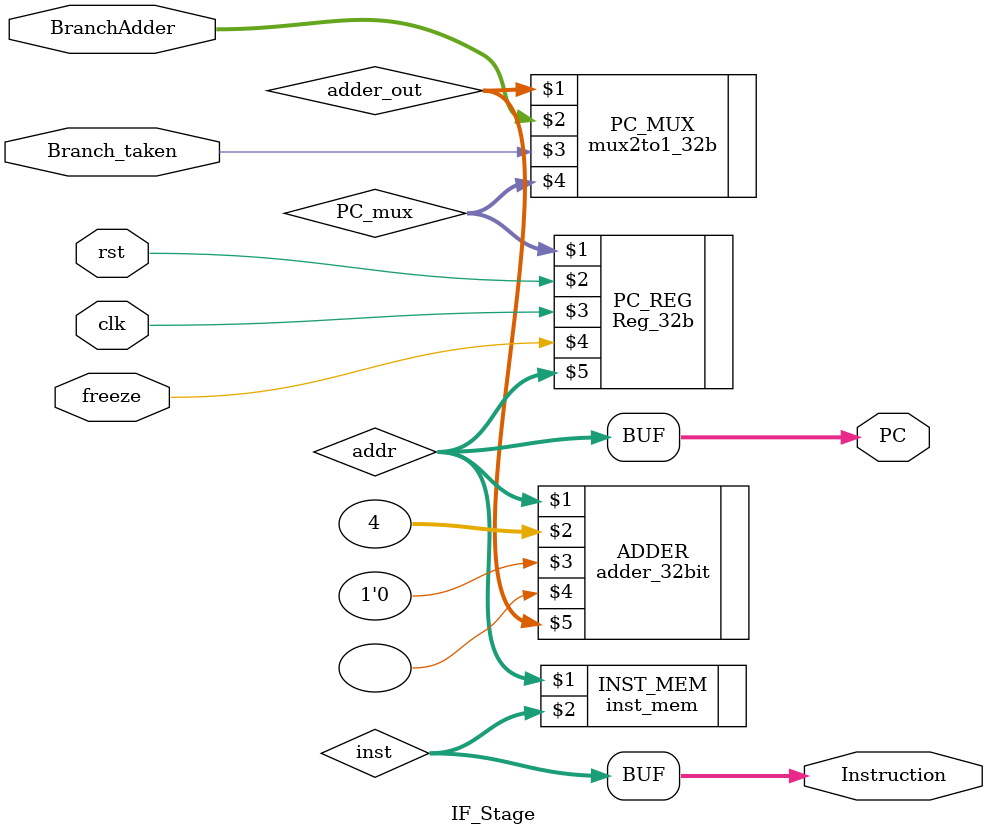
<source format=v>

module IF_Stage(
  input clk , rst , freeze , Branch_taken ,
  input [31:0] BranchAdder , 
  output [31:0] PC , Instruction);
  
  wire [31:0] addr, adder_out, inst, PC_mux;
  
  adder_32bit ADDER(addr , 32'd4, 1'b0, , adder_out);
    
  mux2to1_32b PC_MUX(adder_out, BranchAdder, Branch_taken, PC_mux);
  
  Reg_32b PC_REG(PC_mux, rst, clk, freeze, addr);
  
  inst_mem INST_MEM(addr, inst);
  
  
  assign PC = addr;
  assign Instruction = inst;
  
endmodule

</source>
